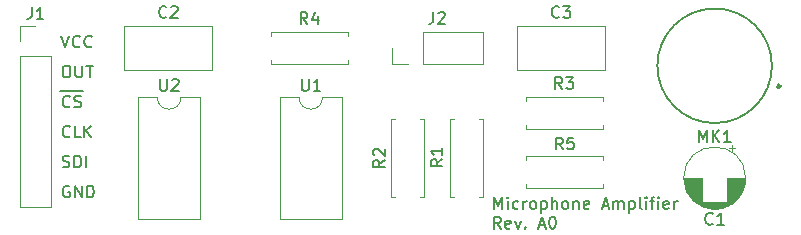
<source format=gto>
G04 #@! TF.GenerationSoftware,KiCad,Pcbnew,(5.1.10)-1*
G04 #@! TF.CreationDate,2022-03-26T09:57:36-04:00*
G04 #@! TF.ProjectId,Microphone Amplifier,4d696372-6f70-4686-9f6e-6520416d706c,rev?*
G04 #@! TF.SameCoordinates,Original*
G04 #@! TF.FileFunction,Legend,Top*
G04 #@! TF.FilePolarity,Positive*
%FSLAX46Y46*%
G04 Gerber Fmt 4.6, Leading zero omitted, Abs format (unit mm)*
G04 Created by KiCad (PCBNEW (5.1.10)-1) date 2022-03-26 09:57:36*
%MOMM*%
%LPD*%
G01*
G04 APERTURE LIST*
%ADD10C,0.150000*%
%ADD11C,0.120000*%
%ADD12C,0.127000*%
%ADD13C,0.300000*%
%ADD14C,1.600000*%
%ADD15R,1.600000X1.600000*%
%ADD16O,1.600000X1.600000*%
%ADD17C,1.378000*%
%ADD18R,1.378000X1.378000*%
%ADD19O,1.700000X1.700000*%
%ADD20R,1.700000X1.700000*%
G04 APERTURE END LIST*
D10*
X101359404Y-122200000D02*
X101264166Y-122152380D01*
X101121309Y-122152380D01*
X100978452Y-122200000D01*
X100883214Y-122295238D01*
X100835595Y-122390476D01*
X100787976Y-122580952D01*
X100787976Y-122723809D01*
X100835595Y-122914285D01*
X100883214Y-123009523D01*
X100978452Y-123104761D01*
X101121309Y-123152380D01*
X101216547Y-123152380D01*
X101359404Y-123104761D01*
X101407023Y-123057142D01*
X101407023Y-122723809D01*
X101216547Y-122723809D01*
X101835595Y-123152380D02*
X101835595Y-122152380D01*
X102407023Y-123152380D01*
X102407023Y-122152380D01*
X102883214Y-123152380D02*
X102883214Y-122152380D01*
X103121309Y-122152380D01*
X103264166Y-122200000D01*
X103359404Y-122295238D01*
X103407023Y-122390476D01*
X103454642Y-122580952D01*
X103454642Y-122723809D01*
X103407023Y-122914285D01*
X103359404Y-123009523D01*
X103264166Y-123104761D01*
X103121309Y-123152380D01*
X102883214Y-123152380D01*
X100787976Y-120564761D02*
X100930833Y-120612380D01*
X101168928Y-120612380D01*
X101264166Y-120564761D01*
X101311785Y-120517142D01*
X101359404Y-120421904D01*
X101359404Y-120326666D01*
X101311785Y-120231428D01*
X101264166Y-120183809D01*
X101168928Y-120136190D01*
X100978452Y-120088571D01*
X100883214Y-120040952D01*
X100835595Y-119993333D01*
X100787976Y-119898095D01*
X100787976Y-119802857D01*
X100835595Y-119707619D01*
X100883214Y-119660000D01*
X100978452Y-119612380D01*
X101216547Y-119612380D01*
X101359404Y-119660000D01*
X101787976Y-120612380D02*
X101787976Y-119612380D01*
X102026071Y-119612380D01*
X102168928Y-119660000D01*
X102264166Y-119755238D01*
X102311785Y-119850476D01*
X102359404Y-120040952D01*
X102359404Y-120183809D01*
X102311785Y-120374285D01*
X102264166Y-120469523D01*
X102168928Y-120564761D01*
X102026071Y-120612380D01*
X101787976Y-120612380D01*
X102787976Y-120612380D02*
X102787976Y-119612380D01*
X101407023Y-117977142D02*
X101359404Y-118024761D01*
X101216547Y-118072380D01*
X101121309Y-118072380D01*
X100978452Y-118024761D01*
X100883214Y-117929523D01*
X100835595Y-117834285D01*
X100787976Y-117643809D01*
X100787976Y-117500952D01*
X100835595Y-117310476D01*
X100883214Y-117215238D01*
X100978452Y-117120000D01*
X101121309Y-117072380D01*
X101216547Y-117072380D01*
X101359404Y-117120000D01*
X101407023Y-117167619D01*
X102311785Y-118072380D02*
X101835595Y-118072380D01*
X101835595Y-117072380D01*
X102645119Y-118072380D02*
X102645119Y-117072380D01*
X103216547Y-118072380D02*
X102787976Y-117500952D01*
X103216547Y-117072380D02*
X102645119Y-117643809D01*
X100597500Y-114165000D02*
X101597500Y-114165000D01*
X101407023Y-115437142D02*
X101359404Y-115484761D01*
X101216547Y-115532380D01*
X101121309Y-115532380D01*
X100978452Y-115484761D01*
X100883214Y-115389523D01*
X100835595Y-115294285D01*
X100787976Y-115103809D01*
X100787976Y-114960952D01*
X100835595Y-114770476D01*
X100883214Y-114675238D01*
X100978452Y-114580000D01*
X101121309Y-114532380D01*
X101216547Y-114532380D01*
X101359404Y-114580000D01*
X101407023Y-114627619D01*
X101597500Y-114165000D02*
X102549880Y-114165000D01*
X101787976Y-115484761D02*
X101930833Y-115532380D01*
X102168928Y-115532380D01*
X102264166Y-115484761D01*
X102311785Y-115437142D01*
X102359404Y-115341904D01*
X102359404Y-115246666D01*
X102311785Y-115151428D01*
X102264166Y-115103809D01*
X102168928Y-115056190D01*
X101978452Y-115008571D01*
X101883214Y-114960952D01*
X101835595Y-114913333D01*
X101787976Y-114818095D01*
X101787976Y-114722857D01*
X101835595Y-114627619D01*
X101883214Y-114580000D01*
X101978452Y-114532380D01*
X102216547Y-114532380D01*
X102359404Y-114580000D01*
X101026071Y-111992380D02*
X101216547Y-111992380D01*
X101311785Y-112040000D01*
X101407023Y-112135238D01*
X101454642Y-112325714D01*
X101454642Y-112659047D01*
X101407023Y-112849523D01*
X101311785Y-112944761D01*
X101216547Y-112992380D01*
X101026071Y-112992380D01*
X100930833Y-112944761D01*
X100835595Y-112849523D01*
X100787976Y-112659047D01*
X100787976Y-112325714D01*
X100835595Y-112135238D01*
X100930833Y-112040000D01*
X101026071Y-111992380D01*
X101883214Y-111992380D02*
X101883214Y-112801904D01*
X101930833Y-112897142D01*
X101978452Y-112944761D01*
X102073690Y-112992380D01*
X102264166Y-112992380D01*
X102359404Y-112944761D01*
X102407023Y-112897142D01*
X102454642Y-112801904D01*
X102454642Y-111992380D01*
X102787976Y-111992380D02*
X103359404Y-111992380D01*
X103073690Y-112992380D02*
X103073690Y-111992380D01*
X100692738Y-109452380D02*
X101026071Y-110452380D01*
X101359404Y-109452380D01*
X102264166Y-110357142D02*
X102216547Y-110404761D01*
X102073690Y-110452380D01*
X101978452Y-110452380D01*
X101835595Y-110404761D01*
X101740357Y-110309523D01*
X101692738Y-110214285D01*
X101645119Y-110023809D01*
X101645119Y-109880952D01*
X101692738Y-109690476D01*
X101740357Y-109595238D01*
X101835595Y-109500000D01*
X101978452Y-109452380D01*
X102073690Y-109452380D01*
X102216547Y-109500000D01*
X102264166Y-109547619D01*
X103264166Y-110357142D02*
X103216547Y-110404761D01*
X103073690Y-110452380D01*
X102978452Y-110452380D01*
X102835595Y-110404761D01*
X102740357Y-110309523D01*
X102692738Y-110214285D01*
X102645119Y-110023809D01*
X102645119Y-109880952D01*
X102692738Y-109690476D01*
X102740357Y-109595238D01*
X102835595Y-109500000D01*
X102978452Y-109452380D01*
X103073690Y-109452380D01*
X103216547Y-109500000D01*
X103264166Y-109547619D01*
X137335595Y-124127380D02*
X137335595Y-123127380D01*
X137668928Y-123841666D01*
X138002261Y-123127380D01*
X138002261Y-124127380D01*
X138478452Y-124127380D02*
X138478452Y-123460714D01*
X138478452Y-123127380D02*
X138430833Y-123175000D01*
X138478452Y-123222619D01*
X138526071Y-123175000D01*
X138478452Y-123127380D01*
X138478452Y-123222619D01*
X139383214Y-124079761D02*
X139287976Y-124127380D01*
X139097500Y-124127380D01*
X139002261Y-124079761D01*
X138954642Y-124032142D01*
X138907023Y-123936904D01*
X138907023Y-123651190D01*
X138954642Y-123555952D01*
X139002261Y-123508333D01*
X139097500Y-123460714D01*
X139287976Y-123460714D01*
X139383214Y-123508333D01*
X139811785Y-124127380D02*
X139811785Y-123460714D01*
X139811785Y-123651190D02*
X139859404Y-123555952D01*
X139907023Y-123508333D01*
X140002261Y-123460714D01*
X140097500Y-123460714D01*
X140573690Y-124127380D02*
X140478452Y-124079761D01*
X140430833Y-124032142D01*
X140383214Y-123936904D01*
X140383214Y-123651190D01*
X140430833Y-123555952D01*
X140478452Y-123508333D01*
X140573690Y-123460714D01*
X140716547Y-123460714D01*
X140811785Y-123508333D01*
X140859404Y-123555952D01*
X140907023Y-123651190D01*
X140907023Y-123936904D01*
X140859404Y-124032142D01*
X140811785Y-124079761D01*
X140716547Y-124127380D01*
X140573690Y-124127380D01*
X141335595Y-123460714D02*
X141335595Y-124460714D01*
X141335595Y-123508333D02*
X141430833Y-123460714D01*
X141621309Y-123460714D01*
X141716547Y-123508333D01*
X141764166Y-123555952D01*
X141811785Y-123651190D01*
X141811785Y-123936904D01*
X141764166Y-124032142D01*
X141716547Y-124079761D01*
X141621309Y-124127380D01*
X141430833Y-124127380D01*
X141335595Y-124079761D01*
X142240357Y-124127380D02*
X142240357Y-123127380D01*
X142668928Y-124127380D02*
X142668928Y-123603571D01*
X142621309Y-123508333D01*
X142526071Y-123460714D01*
X142383214Y-123460714D01*
X142287976Y-123508333D01*
X142240357Y-123555952D01*
X143287976Y-124127380D02*
X143192738Y-124079761D01*
X143145119Y-124032142D01*
X143097500Y-123936904D01*
X143097500Y-123651190D01*
X143145119Y-123555952D01*
X143192738Y-123508333D01*
X143287976Y-123460714D01*
X143430833Y-123460714D01*
X143526071Y-123508333D01*
X143573690Y-123555952D01*
X143621309Y-123651190D01*
X143621309Y-123936904D01*
X143573690Y-124032142D01*
X143526071Y-124079761D01*
X143430833Y-124127380D01*
X143287976Y-124127380D01*
X144049880Y-123460714D02*
X144049880Y-124127380D01*
X144049880Y-123555952D02*
X144097500Y-123508333D01*
X144192738Y-123460714D01*
X144335595Y-123460714D01*
X144430833Y-123508333D01*
X144478452Y-123603571D01*
X144478452Y-124127380D01*
X145335595Y-124079761D02*
X145240357Y-124127380D01*
X145049880Y-124127380D01*
X144954642Y-124079761D01*
X144907023Y-123984523D01*
X144907023Y-123603571D01*
X144954642Y-123508333D01*
X145049880Y-123460714D01*
X145240357Y-123460714D01*
X145335595Y-123508333D01*
X145383214Y-123603571D01*
X145383214Y-123698809D01*
X144907023Y-123794047D01*
X146526071Y-123841666D02*
X147002261Y-123841666D01*
X146430833Y-124127380D02*
X146764166Y-123127380D01*
X147097500Y-124127380D01*
X147430833Y-124127380D02*
X147430833Y-123460714D01*
X147430833Y-123555952D02*
X147478452Y-123508333D01*
X147573690Y-123460714D01*
X147716547Y-123460714D01*
X147811785Y-123508333D01*
X147859404Y-123603571D01*
X147859404Y-124127380D01*
X147859404Y-123603571D02*
X147907023Y-123508333D01*
X148002261Y-123460714D01*
X148145119Y-123460714D01*
X148240357Y-123508333D01*
X148287976Y-123603571D01*
X148287976Y-124127380D01*
X148764166Y-123460714D02*
X148764166Y-124460714D01*
X148764166Y-123508333D02*
X148859404Y-123460714D01*
X149049880Y-123460714D01*
X149145119Y-123508333D01*
X149192738Y-123555952D01*
X149240357Y-123651190D01*
X149240357Y-123936904D01*
X149192738Y-124032142D01*
X149145119Y-124079761D01*
X149049880Y-124127380D01*
X148859404Y-124127380D01*
X148764166Y-124079761D01*
X149811785Y-124127380D02*
X149716547Y-124079761D01*
X149668928Y-123984523D01*
X149668928Y-123127380D01*
X150192738Y-124127380D02*
X150192738Y-123460714D01*
X150192738Y-123127380D02*
X150145119Y-123175000D01*
X150192738Y-123222619D01*
X150240357Y-123175000D01*
X150192738Y-123127380D01*
X150192738Y-123222619D01*
X150526071Y-123460714D02*
X150907023Y-123460714D01*
X150668928Y-124127380D02*
X150668928Y-123270238D01*
X150716547Y-123175000D01*
X150811785Y-123127380D01*
X150907023Y-123127380D01*
X151240357Y-124127380D02*
X151240357Y-123460714D01*
X151240357Y-123127380D02*
X151192738Y-123175000D01*
X151240357Y-123222619D01*
X151287976Y-123175000D01*
X151240357Y-123127380D01*
X151240357Y-123222619D01*
X152097500Y-124079761D02*
X152002261Y-124127380D01*
X151811785Y-124127380D01*
X151716547Y-124079761D01*
X151668928Y-123984523D01*
X151668928Y-123603571D01*
X151716547Y-123508333D01*
X151811785Y-123460714D01*
X152002261Y-123460714D01*
X152097500Y-123508333D01*
X152145119Y-123603571D01*
X152145119Y-123698809D01*
X151668928Y-123794047D01*
X152573690Y-124127380D02*
X152573690Y-123460714D01*
X152573690Y-123651190D02*
X152621309Y-123555952D01*
X152668928Y-123508333D01*
X152764166Y-123460714D01*
X152859404Y-123460714D01*
X137907023Y-125777380D02*
X137573690Y-125301190D01*
X137335595Y-125777380D02*
X137335595Y-124777380D01*
X137716547Y-124777380D01*
X137811785Y-124825000D01*
X137859404Y-124872619D01*
X137907023Y-124967857D01*
X137907023Y-125110714D01*
X137859404Y-125205952D01*
X137811785Y-125253571D01*
X137716547Y-125301190D01*
X137335595Y-125301190D01*
X138716547Y-125729761D02*
X138621309Y-125777380D01*
X138430833Y-125777380D01*
X138335595Y-125729761D01*
X138287976Y-125634523D01*
X138287976Y-125253571D01*
X138335595Y-125158333D01*
X138430833Y-125110714D01*
X138621309Y-125110714D01*
X138716547Y-125158333D01*
X138764166Y-125253571D01*
X138764166Y-125348809D01*
X138287976Y-125444047D01*
X139097500Y-125110714D02*
X139335595Y-125777380D01*
X139573690Y-125110714D01*
X139954642Y-125682142D02*
X140002261Y-125729761D01*
X139954642Y-125777380D01*
X139907023Y-125729761D01*
X139954642Y-125682142D01*
X139954642Y-125777380D01*
X141145119Y-125491666D02*
X141621309Y-125491666D01*
X141049880Y-125777380D02*
X141383214Y-124777380D01*
X141716547Y-125777380D01*
X142240357Y-124777380D02*
X142335595Y-124777380D01*
X142430833Y-124825000D01*
X142478452Y-124872619D01*
X142526071Y-124967857D01*
X142573690Y-125158333D01*
X142573690Y-125396428D01*
X142526071Y-125586904D01*
X142478452Y-125682142D01*
X142430833Y-125729761D01*
X142335595Y-125777380D01*
X142240357Y-125777380D01*
X142145119Y-125729761D01*
X142097500Y-125682142D01*
X142049880Y-125586904D01*
X142002261Y-125396428D01*
X142002261Y-125158333D01*
X142049880Y-124967857D01*
X142097500Y-124872619D01*
X142145119Y-124825000D01*
X142240357Y-124777380D01*
D11*
X158620000Y-121500000D02*
G75*
G03*
X158620000Y-121500000I-2620000J0D01*
G01*
X154960000Y-121500000D02*
X153420000Y-121500000D01*
X158580000Y-121500000D02*
X157040000Y-121500000D01*
X154960000Y-121540000D02*
X153420000Y-121540000D01*
X158580000Y-121540000D02*
X157040000Y-121540000D01*
X158579000Y-121580000D02*
X157040000Y-121580000D01*
X154960000Y-121580000D02*
X153421000Y-121580000D01*
X158578000Y-121620000D02*
X157040000Y-121620000D01*
X154960000Y-121620000D02*
X153422000Y-121620000D01*
X158576000Y-121660000D02*
X157040000Y-121660000D01*
X154960000Y-121660000D02*
X153424000Y-121660000D01*
X158573000Y-121700000D02*
X157040000Y-121700000D01*
X154960000Y-121700000D02*
X153427000Y-121700000D01*
X158569000Y-121740000D02*
X157040000Y-121740000D01*
X154960000Y-121740000D02*
X153431000Y-121740000D01*
X158565000Y-121780000D02*
X157040000Y-121780000D01*
X154960000Y-121780000D02*
X153435000Y-121780000D01*
X158561000Y-121820000D02*
X157040000Y-121820000D01*
X154960000Y-121820000D02*
X153439000Y-121820000D01*
X158556000Y-121860000D02*
X157040000Y-121860000D01*
X154960000Y-121860000D02*
X153444000Y-121860000D01*
X158550000Y-121900000D02*
X157040000Y-121900000D01*
X154960000Y-121900000D02*
X153450000Y-121900000D01*
X158543000Y-121940000D02*
X157040000Y-121940000D01*
X154960000Y-121940000D02*
X153457000Y-121940000D01*
X158536000Y-121980000D02*
X157040000Y-121980000D01*
X154960000Y-121980000D02*
X153464000Y-121980000D01*
X158528000Y-122020000D02*
X157040000Y-122020000D01*
X154960000Y-122020000D02*
X153472000Y-122020000D01*
X158520000Y-122060000D02*
X157040000Y-122060000D01*
X154960000Y-122060000D02*
X153480000Y-122060000D01*
X158511000Y-122100000D02*
X157040000Y-122100000D01*
X154960000Y-122100000D02*
X153489000Y-122100000D01*
X158501000Y-122140000D02*
X157040000Y-122140000D01*
X154960000Y-122140000D02*
X153499000Y-122140000D01*
X158491000Y-122180000D02*
X157040000Y-122180000D01*
X154960000Y-122180000D02*
X153509000Y-122180000D01*
X158480000Y-122221000D02*
X157040000Y-122221000D01*
X154960000Y-122221000D02*
X153520000Y-122221000D01*
X158468000Y-122261000D02*
X157040000Y-122261000D01*
X154960000Y-122261000D02*
X153532000Y-122261000D01*
X158455000Y-122301000D02*
X157040000Y-122301000D01*
X154960000Y-122301000D02*
X153545000Y-122301000D01*
X158442000Y-122341000D02*
X157040000Y-122341000D01*
X154960000Y-122341000D02*
X153558000Y-122341000D01*
X158428000Y-122381000D02*
X157040000Y-122381000D01*
X154960000Y-122381000D02*
X153572000Y-122381000D01*
X158414000Y-122421000D02*
X157040000Y-122421000D01*
X154960000Y-122421000D02*
X153586000Y-122421000D01*
X158398000Y-122461000D02*
X157040000Y-122461000D01*
X154960000Y-122461000D02*
X153602000Y-122461000D01*
X158382000Y-122501000D02*
X157040000Y-122501000D01*
X154960000Y-122501000D02*
X153618000Y-122501000D01*
X158365000Y-122541000D02*
X157040000Y-122541000D01*
X154960000Y-122541000D02*
X153635000Y-122541000D01*
X158348000Y-122581000D02*
X157040000Y-122581000D01*
X154960000Y-122581000D02*
X153652000Y-122581000D01*
X158329000Y-122621000D02*
X157040000Y-122621000D01*
X154960000Y-122621000D02*
X153671000Y-122621000D01*
X158310000Y-122661000D02*
X157040000Y-122661000D01*
X154960000Y-122661000D02*
X153690000Y-122661000D01*
X158290000Y-122701000D02*
X157040000Y-122701000D01*
X154960000Y-122701000D02*
X153710000Y-122701000D01*
X158268000Y-122741000D02*
X157040000Y-122741000D01*
X154960000Y-122741000D02*
X153732000Y-122741000D01*
X158247000Y-122781000D02*
X157040000Y-122781000D01*
X154960000Y-122781000D02*
X153753000Y-122781000D01*
X158224000Y-122821000D02*
X157040000Y-122821000D01*
X154960000Y-122821000D02*
X153776000Y-122821000D01*
X158200000Y-122861000D02*
X157040000Y-122861000D01*
X154960000Y-122861000D02*
X153800000Y-122861000D01*
X158175000Y-122901000D02*
X157040000Y-122901000D01*
X154960000Y-122901000D02*
X153825000Y-122901000D01*
X158149000Y-122941000D02*
X157040000Y-122941000D01*
X154960000Y-122941000D02*
X153851000Y-122941000D01*
X158122000Y-122981000D02*
X157040000Y-122981000D01*
X154960000Y-122981000D02*
X153878000Y-122981000D01*
X158095000Y-123021000D02*
X157040000Y-123021000D01*
X154960000Y-123021000D02*
X153905000Y-123021000D01*
X158065000Y-123061000D02*
X157040000Y-123061000D01*
X154960000Y-123061000D02*
X153935000Y-123061000D01*
X158035000Y-123101000D02*
X157040000Y-123101000D01*
X154960000Y-123101000D02*
X153965000Y-123101000D01*
X158004000Y-123141000D02*
X157040000Y-123141000D01*
X154960000Y-123141000D02*
X153996000Y-123141000D01*
X157971000Y-123181000D02*
X157040000Y-123181000D01*
X154960000Y-123181000D02*
X154029000Y-123181000D01*
X157937000Y-123221000D02*
X157040000Y-123221000D01*
X154960000Y-123221000D02*
X154063000Y-123221000D01*
X157901000Y-123261000D02*
X157040000Y-123261000D01*
X154960000Y-123261000D02*
X154099000Y-123261000D01*
X157864000Y-123301000D02*
X157040000Y-123301000D01*
X154960000Y-123301000D02*
X154136000Y-123301000D01*
X157826000Y-123341000D02*
X157040000Y-123341000D01*
X154960000Y-123341000D02*
X154174000Y-123341000D01*
X157785000Y-123381000D02*
X157040000Y-123381000D01*
X154960000Y-123381000D02*
X154215000Y-123381000D01*
X157743000Y-123421000D02*
X157040000Y-123421000D01*
X154960000Y-123421000D02*
X154257000Y-123421000D01*
X157699000Y-123461000D02*
X157040000Y-123461000D01*
X154960000Y-123461000D02*
X154301000Y-123461000D01*
X157653000Y-123501000D02*
X157040000Y-123501000D01*
X154960000Y-123501000D02*
X154347000Y-123501000D01*
X157605000Y-123541000D02*
X154395000Y-123541000D01*
X157554000Y-123581000D02*
X154446000Y-123581000D01*
X157500000Y-123621000D02*
X154500000Y-123621000D01*
X157443000Y-123661000D02*
X154557000Y-123661000D01*
X157383000Y-123701000D02*
X154617000Y-123701000D01*
X157319000Y-123741000D02*
X154681000Y-123741000D01*
X157251000Y-123781000D02*
X154749000Y-123781000D01*
X157178000Y-123821000D02*
X154822000Y-123821000D01*
X157098000Y-123861000D02*
X154902000Y-123861000D01*
X157011000Y-123901000D02*
X154989000Y-123901000D01*
X156915000Y-123941000D02*
X155085000Y-123941000D01*
X156805000Y-123981000D02*
X155195000Y-123981000D01*
X156677000Y-124021000D02*
X155323000Y-124021000D01*
X156518000Y-124061000D02*
X155482000Y-124061000D01*
X156284000Y-124101000D02*
X155716000Y-124101000D01*
X157475000Y-118695225D02*
X157475000Y-119195225D01*
X157725000Y-118945225D02*
X157225000Y-118945225D01*
X108810000Y-114670000D02*
X107160000Y-114670000D01*
X107160000Y-114670000D02*
X107160000Y-124950000D01*
X107160000Y-124950000D02*
X112460000Y-124950000D01*
X112460000Y-124950000D02*
X112460000Y-114670000D01*
X112460000Y-114670000D02*
X110810000Y-114670000D01*
X110810000Y-114670000D02*
G75*
G02*
X108810000Y-114670000I-1000000J0D01*
G01*
X120810000Y-114670000D02*
X119160000Y-114670000D01*
X119160000Y-114670000D02*
X119160000Y-124950000D01*
X119160000Y-124950000D02*
X124460000Y-124950000D01*
X124460000Y-124950000D02*
X124460000Y-114670000D01*
X124460000Y-114670000D02*
X122810000Y-114670000D01*
X122810000Y-114670000D02*
G75*
G02*
X120810000Y-114670000I-1000000J0D01*
G01*
X140040000Y-119960000D02*
X140040000Y-119630000D01*
X140040000Y-119630000D02*
X146580000Y-119630000D01*
X146580000Y-119630000D02*
X146580000Y-119960000D01*
X140040000Y-122040000D02*
X140040000Y-122370000D01*
X140040000Y-122370000D02*
X146580000Y-122370000D01*
X146580000Y-122370000D02*
X146580000Y-122040000D01*
X124960000Y-111540000D02*
X124960000Y-111870000D01*
X124960000Y-111870000D02*
X118420000Y-111870000D01*
X118420000Y-111870000D02*
X118420000Y-111540000D01*
X124960000Y-109460000D02*
X124960000Y-109130000D01*
X124960000Y-109130000D02*
X118420000Y-109130000D01*
X118420000Y-109130000D02*
X118420000Y-109460000D01*
X140040000Y-114960000D02*
X140040000Y-114630000D01*
X140040000Y-114630000D02*
X146580000Y-114630000D01*
X146580000Y-114630000D02*
X146580000Y-114960000D01*
X140040000Y-117040000D02*
X140040000Y-117370000D01*
X140040000Y-117370000D02*
X146580000Y-117370000D01*
X146580000Y-117370000D02*
X146580000Y-117040000D01*
X128960000Y-123080000D02*
X128630000Y-123080000D01*
X128630000Y-123080000D02*
X128630000Y-116540000D01*
X128630000Y-116540000D02*
X128960000Y-116540000D01*
X131040000Y-123080000D02*
X131370000Y-123080000D01*
X131370000Y-123080000D02*
X131370000Y-116540000D01*
X131370000Y-116540000D02*
X131040000Y-116540000D01*
X136040000Y-116540000D02*
X136370000Y-116540000D01*
X136370000Y-116540000D02*
X136370000Y-123080000D01*
X136370000Y-123080000D02*
X136040000Y-123080000D01*
X133960000Y-116540000D02*
X133630000Y-116540000D01*
X133630000Y-116540000D02*
X133630000Y-123080000D01*
X133630000Y-123080000D02*
X133960000Y-123080000D01*
D12*
X160850000Y-112000000D02*
G75*
G03*
X160850000Y-112000000I-4850000J0D01*
G01*
D13*
X161543000Y-113741000D02*
G75*
G03*
X161543000Y-113741000I-100000J0D01*
G01*
D11*
X136410000Y-111830000D02*
X136410000Y-109170000D01*
X131270000Y-111830000D02*
X136410000Y-111830000D01*
X131270000Y-109170000D02*
X136410000Y-109170000D01*
X131270000Y-111830000D02*
X131270000Y-109170000D01*
X130000000Y-111830000D02*
X128670000Y-111830000D01*
X128670000Y-111830000D02*
X128670000Y-110500000D01*
X97170000Y-123950000D02*
X99830000Y-123950000D01*
X97170000Y-111190000D02*
X97170000Y-123950000D01*
X99830000Y-111190000D02*
X99830000Y-123950000D01*
X97170000Y-111190000D02*
X99830000Y-111190000D01*
X97170000Y-109920000D02*
X97170000Y-108590000D01*
X97170000Y-108590000D02*
X98500000Y-108590000D01*
X139280000Y-108630000D02*
X146720000Y-108630000D01*
X139280000Y-112370000D02*
X146720000Y-112370000D01*
X139280000Y-108630000D02*
X139280000Y-112370000D01*
X146720000Y-108630000D02*
X146720000Y-112370000D01*
X113470000Y-112370000D02*
X106030000Y-112370000D01*
X113470000Y-108630000D02*
X106030000Y-108630000D01*
X113470000Y-112370000D02*
X113470000Y-108630000D01*
X106030000Y-112370000D02*
X106030000Y-108630000D01*
D10*
X155833333Y-125357142D02*
X155785714Y-125404761D01*
X155642857Y-125452380D01*
X155547619Y-125452380D01*
X155404761Y-125404761D01*
X155309523Y-125309523D01*
X155261904Y-125214285D01*
X155214285Y-125023809D01*
X155214285Y-124880952D01*
X155261904Y-124690476D01*
X155309523Y-124595238D01*
X155404761Y-124500000D01*
X155547619Y-124452380D01*
X155642857Y-124452380D01*
X155785714Y-124500000D01*
X155833333Y-124547619D01*
X156785714Y-125452380D02*
X156214285Y-125452380D01*
X156500000Y-125452380D02*
X156500000Y-124452380D01*
X156404761Y-124595238D01*
X156309523Y-124690476D01*
X156214285Y-124738095D01*
X109048095Y-113122380D02*
X109048095Y-113931904D01*
X109095714Y-114027142D01*
X109143333Y-114074761D01*
X109238571Y-114122380D01*
X109429047Y-114122380D01*
X109524285Y-114074761D01*
X109571904Y-114027142D01*
X109619523Y-113931904D01*
X109619523Y-113122380D01*
X110048095Y-113217619D02*
X110095714Y-113170000D01*
X110190952Y-113122380D01*
X110429047Y-113122380D01*
X110524285Y-113170000D01*
X110571904Y-113217619D01*
X110619523Y-113312857D01*
X110619523Y-113408095D01*
X110571904Y-113550952D01*
X110000476Y-114122380D01*
X110619523Y-114122380D01*
X121048095Y-113122380D02*
X121048095Y-113931904D01*
X121095714Y-114027142D01*
X121143333Y-114074761D01*
X121238571Y-114122380D01*
X121429047Y-114122380D01*
X121524285Y-114074761D01*
X121571904Y-114027142D01*
X121619523Y-113931904D01*
X121619523Y-113122380D01*
X122619523Y-114122380D02*
X122048095Y-114122380D01*
X122333809Y-114122380D02*
X122333809Y-113122380D01*
X122238571Y-113265238D01*
X122143333Y-113360476D01*
X122048095Y-113408095D01*
X143143333Y-119082380D02*
X142810000Y-118606190D01*
X142571904Y-119082380D02*
X142571904Y-118082380D01*
X142952857Y-118082380D01*
X143048095Y-118130000D01*
X143095714Y-118177619D01*
X143143333Y-118272857D01*
X143143333Y-118415714D01*
X143095714Y-118510952D01*
X143048095Y-118558571D01*
X142952857Y-118606190D01*
X142571904Y-118606190D01*
X144048095Y-118082380D02*
X143571904Y-118082380D01*
X143524285Y-118558571D01*
X143571904Y-118510952D01*
X143667142Y-118463333D01*
X143905238Y-118463333D01*
X144000476Y-118510952D01*
X144048095Y-118558571D01*
X144095714Y-118653809D01*
X144095714Y-118891904D01*
X144048095Y-118987142D01*
X144000476Y-119034761D01*
X143905238Y-119082380D01*
X143667142Y-119082380D01*
X143571904Y-119034761D01*
X143524285Y-118987142D01*
X121523333Y-108452380D02*
X121190000Y-107976190D01*
X120951904Y-108452380D02*
X120951904Y-107452380D01*
X121332857Y-107452380D01*
X121428095Y-107500000D01*
X121475714Y-107547619D01*
X121523333Y-107642857D01*
X121523333Y-107785714D01*
X121475714Y-107880952D01*
X121428095Y-107928571D01*
X121332857Y-107976190D01*
X120951904Y-107976190D01*
X122380476Y-107785714D02*
X122380476Y-108452380D01*
X122142380Y-107404761D02*
X121904285Y-108119047D01*
X122523333Y-108119047D01*
X143083333Y-113952380D02*
X142750000Y-113476190D01*
X142511904Y-113952380D02*
X142511904Y-112952380D01*
X142892857Y-112952380D01*
X142988095Y-113000000D01*
X143035714Y-113047619D01*
X143083333Y-113142857D01*
X143083333Y-113285714D01*
X143035714Y-113380952D01*
X142988095Y-113428571D01*
X142892857Y-113476190D01*
X142511904Y-113476190D01*
X143416666Y-112952380D02*
X144035714Y-112952380D01*
X143702380Y-113333333D01*
X143845238Y-113333333D01*
X143940476Y-113380952D01*
X143988095Y-113428571D01*
X144035714Y-113523809D01*
X144035714Y-113761904D01*
X143988095Y-113857142D01*
X143940476Y-113904761D01*
X143845238Y-113952380D01*
X143559523Y-113952380D01*
X143464285Y-113904761D01*
X143416666Y-113857142D01*
X128082380Y-119976666D02*
X127606190Y-120310000D01*
X128082380Y-120548095D02*
X127082380Y-120548095D01*
X127082380Y-120167142D01*
X127130000Y-120071904D01*
X127177619Y-120024285D01*
X127272857Y-119976666D01*
X127415714Y-119976666D01*
X127510952Y-120024285D01*
X127558571Y-120071904D01*
X127606190Y-120167142D01*
X127606190Y-120548095D01*
X127177619Y-119595714D02*
X127130000Y-119548095D01*
X127082380Y-119452857D01*
X127082380Y-119214761D01*
X127130000Y-119119523D01*
X127177619Y-119071904D01*
X127272857Y-119024285D01*
X127368095Y-119024285D01*
X127510952Y-119071904D01*
X128082380Y-119643333D01*
X128082380Y-119024285D01*
X132952380Y-119916666D02*
X132476190Y-120250000D01*
X132952380Y-120488095D02*
X131952380Y-120488095D01*
X131952380Y-120107142D01*
X132000000Y-120011904D01*
X132047619Y-119964285D01*
X132142857Y-119916666D01*
X132285714Y-119916666D01*
X132380952Y-119964285D01*
X132428571Y-120011904D01*
X132476190Y-120107142D01*
X132476190Y-120488095D01*
X132952380Y-118964285D02*
X132952380Y-119535714D01*
X132952380Y-119250000D02*
X131952380Y-119250000D01*
X132095238Y-119345238D01*
X132190476Y-119440476D01*
X132238095Y-119535714D01*
X154690012Y-118452541D02*
X154690012Y-117452187D01*
X155023463Y-118166725D01*
X155356915Y-117452187D01*
X155356915Y-118452541D01*
X155833274Y-118452541D02*
X155833274Y-117452187D01*
X156404905Y-118452541D02*
X155976182Y-117880910D01*
X156404905Y-117452187D02*
X155833274Y-118023817D01*
X157357623Y-118452541D02*
X156785992Y-118452541D01*
X157071807Y-118452541D02*
X157071807Y-117452187D01*
X156976536Y-117595094D01*
X156881264Y-117690366D01*
X156785992Y-117738002D01*
X132166666Y-107452380D02*
X132166666Y-108166666D01*
X132119047Y-108309523D01*
X132023809Y-108404761D01*
X131880952Y-108452380D01*
X131785714Y-108452380D01*
X132595238Y-107547619D02*
X132642857Y-107500000D01*
X132738095Y-107452380D01*
X132976190Y-107452380D01*
X133071428Y-107500000D01*
X133119047Y-107547619D01*
X133166666Y-107642857D01*
X133166666Y-107738095D01*
X133119047Y-107880952D01*
X132547619Y-108452380D01*
X133166666Y-108452380D01*
X98166666Y-107042380D02*
X98166666Y-107756666D01*
X98119047Y-107899523D01*
X98023809Y-107994761D01*
X97880952Y-108042380D01*
X97785714Y-108042380D01*
X99166666Y-108042380D02*
X98595238Y-108042380D01*
X98880952Y-108042380D02*
X98880952Y-107042380D01*
X98785714Y-107185238D01*
X98690476Y-107280476D01*
X98595238Y-107328095D01*
X142833333Y-107857142D02*
X142785714Y-107904761D01*
X142642857Y-107952380D01*
X142547619Y-107952380D01*
X142404761Y-107904761D01*
X142309523Y-107809523D01*
X142261904Y-107714285D01*
X142214285Y-107523809D01*
X142214285Y-107380952D01*
X142261904Y-107190476D01*
X142309523Y-107095238D01*
X142404761Y-107000000D01*
X142547619Y-106952380D01*
X142642857Y-106952380D01*
X142785714Y-107000000D01*
X142833333Y-107047619D01*
X143166666Y-106952380D02*
X143785714Y-106952380D01*
X143452380Y-107333333D01*
X143595238Y-107333333D01*
X143690476Y-107380952D01*
X143738095Y-107428571D01*
X143785714Y-107523809D01*
X143785714Y-107761904D01*
X143738095Y-107857142D01*
X143690476Y-107904761D01*
X143595238Y-107952380D01*
X143309523Y-107952380D01*
X143214285Y-107904761D01*
X143166666Y-107857142D01*
X109583333Y-107857142D02*
X109535714Y-107904761D01*
X109392857Y-107952380D01*
X109297619Y-107952380D01*
X109154761Y-107904761D01*
X109059523Y-107809523D01*
X109011904Y-107714285D01*
X108964285Y-107523809D01*
X108964285Y-107380952D01*
X109011904Y-107190476D01*
X109059523Y-107095238D01*
X109154761Y-107000000D01*
X109297619Y-106952380D01*
X109392857Y-106952380D01*
X109535714Y-107000000D01*
X109583333Y-107047619D01*
X109964285Y-107047619D02*
X110011904Y-107000000D01*
X110107142Y-106952380D01*
X110345238Y-106952380D01*
X110440476Y-107000000D01*
X110488095Y-107047619D01*
X110535714Y-107142857D01*
X110535714Y-107238095D01*
X110488095Y-107380952D01*
X109916666Y-107952380D01*
X110535714Y-107952380D01*
%LPC*%
D14*
X156000000Y-122500000D03*
D15*
X156000000Y-120500000D03*
D16*
X113620000Y-116000000D03*
X106000000Y-123620000D03*
X113620000Y-118540000D03*
X106000000Y-121080000D03*
X113620000Y-121080000D03*
X106000000Y-118540000D03*
X113620000Y-123620000D03*
D15*
X106000000Y-116000000D03*
D16*
X125620000Y-116000000D03*
X118000000Y-123620000D03*
X125620000Y-118540000D03*
X118000000Y-121080000D03*
X125620000Y-121080000D03*
X118000000Y-118540000D03*
X125620000Y-123620000D03*
D15*
X118000000Y-116000000D03*
D16*
X147120000Y-121000000D03*
D14*
X139500000Y-121000000D03*
D16*
X117880000Y-110500000D03*
D14*
X125500000Y-110500000D03*
D16*
X147120000Y-116000000D03*
D14*
X139500000Y-116000000D03*
D16*
X130000000Y-116000000D03*
D14*
X130000000Y-123620000D03*
D16*
X135000000Y-123620000D03*
D14*
X135000000Y-116000000D03*
D17*
X158000000Y-110730000D03*
D18*
X158000000Y-113270000D03*
D19*
X135080000Y-110500000D03*
X132540000Y-110500000D03*
D20*
X130000000Y-110500000D03*
D19*
X98500000Y-122620000D03*
X98500000Y-120080000D03*
X98500000Y-117540000D03*
X98500000Y-115000000D03*
X98500000Y-112460000D03*
D20*
X98500000Y-109920000D03*
D14*
X145500000Y-110500000D03*
X140500000Y-110500000D03*
X107250000Y-110500000D03*
X112250000Y-110500000D03*
M02*

</source>
